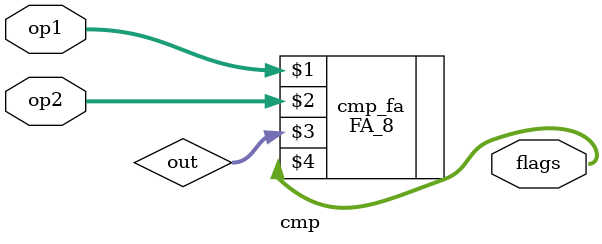
<source format=sv>
module cmp(input logic [7:0] op1, op2, output logic [7:0] flags);
    logic [7:0] out;
    FA_8 cmp_fa(op1, op2, out, flags);
endmodule
</source>
